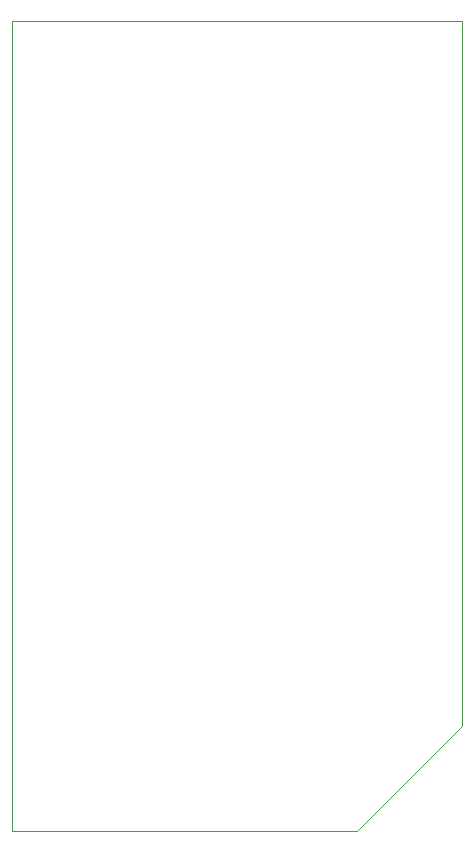
<source format=gbr>
%TF.GenerationSoftware,KiCad,Pcbnew,(5.1.8)-1*%
%TF.CreationDate,2020-11-21T17:08:59-08:00*%
%TF.ProjectId,ard_lightshow,6172645f-6c69-4676-9874-73686f772e6b,rev?*%
%TF.SameCoordinates,Original*%
%TF.FileFunction,Profile,NP*%
%FSLAX46Y46*%
G04 Gerber Fmt 4.6, Leading zero omitted, Abs format (unit mm)*
G04 Created by KiCad (PCBNEW (5.1.8)-1) date 2020-11-21 17:08:59*
%MOMM*%
%LPD*%
G01*
G04 APERTURE LIST*
%TA.AperFunction,Profile*%
%ADD10C,0.100000*%
%TD*%
G04 APERTURE END LIST*
D10*
X135890000Y-95250000D02*
X135890000Y-154940000D01*
X97790000Y-95250000D02*
X135890000Y-95250000D01*
X97790000Y-163830000D02*
X97790000Y-95250000D01*
X127000000Y-163830000D02*
X97790000Y-163830000D01*
X135890000Y-154940000D02*
X127000000Y-163830000D01*
M02*

</source>
